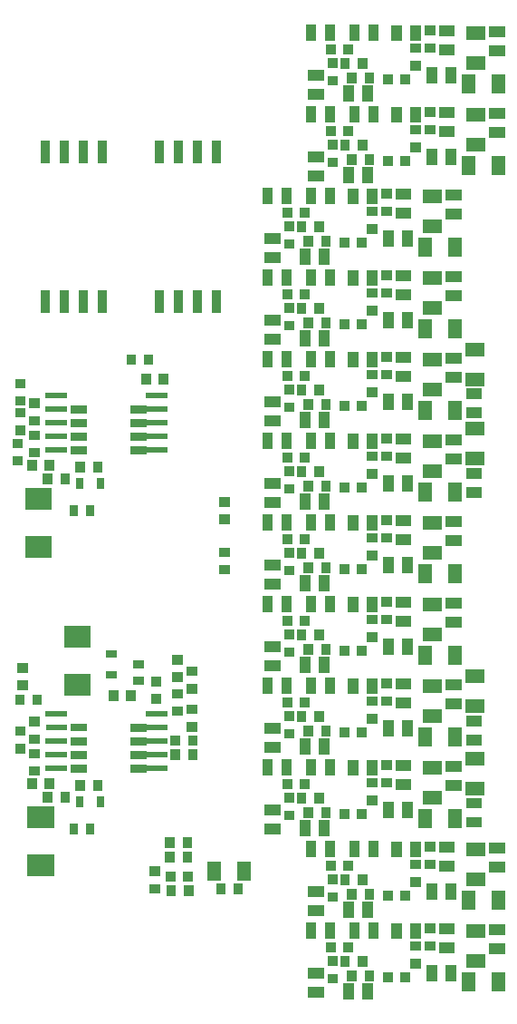
<source format=gbr>
G04 start of page 15 for group -4014 idx -4014 *
G04 Title: HETPREAMPS, bottompaste *
G04 Creator: pcb 1.99z *
G04 CreationDate: Mi 04 Jun 2014 09:27:22 GMT UTC *
G04 For: stephan *
G04 Format: Gerber/RS-274X *
G04 PCB-Dimensions (mil): 2952.76 4724.41 *
G04 PCB-Coordinate-Origin: lower left *
%MOIN*%
%FSLAX25Y25*%
%LNBOTTOMPASTE*%
%ADD206R,0.0787X0.0787*%
%ADD205R,0.0280X0.0280*%
%ADD204R,0.0300X0.0300*%
%ADD203R,0.0280X0.0280*%
%ADD202R,0.0180X0.0180*%
%ADD201R,0.0200X0.0200*%
%ADD200R,0.0350X0.0350*%
%ADD199R,0.0394X0.0394*%
%ADD198R,0.0500X0.0500*%
G54D198*X229750Y285441D02*X231750D01*
X229750Y296441D02*X231750D01*
G54D199*X229250Y280191D02*X231250D01*
X229250Y273191D02*X231250D01*
G54D198*X229750Y256191D02*X231750D01*
X229750Y267191D02*X231750D01*
G54D199*X229250Y250941D02*X231250D01*
X229250Y243941D02*X231250D01*
G54D198*X229500Y165191D02*X231500D01*
X229500Y176191D02*X231500D01*
G54D199*X229250Y159941D02*X231250D01*
X229250Y152941D02*X231250D01*
G54D198*X229750Y134941D02*X231750D01*
X229750Y145941D02*X231750D01*
G54D199*X229250Y129691D02*X231250D01*
X229250Y122691D02*X231250D01*
G54D200*X178050Y71641D02*X178450D01*
X178050Y65241D02*X178450D01*
G54D199*X171000Y67191D02*X173000D01*
X171000Y60191D02*X173000D01*
X184000Y61441D02*Y59441D01*
X191000Y61441D02*Y59441D01*
G54D200*X208550Y77141D02*X208950D01*
X208550Y70741D02*X208950D01*
X198550Y65891D02*Y65491D01*
X204950Y65891D02*Y65491D01*
X185300Y66391D02*Y65991D01*
X191700Y66391D02*Y65991D01*
G54D199*X201750Y83691D02*Y81691D01*
X208750Y83691D02*Y81691D01*
X219250Y76441D02*X221250D01*
X219250Y83441D02*X221250D01*
G54D200*X213800Y77241D02*X214200D01*
X213800Y83641D02*X214200D01*
X189200Y71641D02*Y71241D01*
X182800Y71641D02*Y71241D01*
X177550Y76891D02*Y76491D01*
X183950Y76891D02*Y76491D01*
G54D199*X193250Y83941D02*Y81941D01*
X186250Y83941D02*Y81941D01*
X221750Y68191D02*Y66191D01*
X214750Y68191D02*Y66191D01*
X177250Y83941D02*Y81941D01*
X170250Y83941D02*Y81941D01*
X237750Y83191D02*X239750D01*
X237750Y76191D02*X239750D01*
G54D198*X230000Y82691D02*X232000D01*
X230000Y71691D02*X232000D01*
X228250Y64941D02*Y62941D01*
X239250Y64941D02*Y62941D01*
X228250Y94941D02*Y92941D01*
X239250Y94941D02*Y92941D01*
X230000Y112691D02*X232000D01*
X230000Y101691D02*X232000D01*
G54D199*X237750Y113191D02*X239750D01*
X237750Y106191D02*X239750D01*
X177250Y113941D02*Y111941D01*
X170250Y113941D02*Y111941D01*
X221750Y98191D02*Y96191D01*
X214750Y98191D02*Y96191D01*
X193250Y113941D02*Y111941D01*
X186250Y113941D02*Y111941D01*
G54D200*X177550Y106891D02*Y106491D01*
X183950Y106891D02*Y106491D01*
X189200Y101641D02*Y101241D01*
X182800Y101641D02*Y101241D01*
X213800Y107241D02*X214200D01*
X213800Y113641D02*X214200D01*
G54D199*X219250Y106441D02*X221250D01*
X219250Y113441D02*X221250D01*
X201750Y113691D02*Y111691D01*
X208750Y113691D02*Y111691D01*
G54D200*X185300Y96391D02*Y95991D01*
X191700Y96391D02*Y95991D01*
X198550Y95891D02*Y95491D01*
X204950Y95891D02*Y95491D01*
X208550Y107141D02*X208950D01*
X208550Y100741D02*X208950D01*
G54D199*X184000Y91441D02*Y89441D01*
X191000Y91441D02*Y89441D01*
X171000Y97191D02*X173000D01*
X171000Y90191D02*X173000D01*
G54D200*X178050Y101641D02*X178450D01*
X178050Y95241D02*X178450D01*
G54D198*X212250Y124941D02*Y122941D01*
X223250Y124941D02*Y122941D01*
X214000Y142691D02*X216000D01*
X214000Y131691D02*X216000D01*
G54D199*X221750Y143191D02*X223750D01*
X221750Y136191D02*X223750D01*
X161250Y143941D02*Y141941D01*
X154250Y143941D02*Y141941D01*
X205750Y128191D02*Y126191D01*
X198750Y128191D02*Y126191D01*
X177250Y143941D02*Y141941D01*
X170250Y143941D02*Y141941D01*
G54D200*X161550Y136891D02*Y136491D01*
X167950Y136891D02*Y136491D01*
X173200Y131641D02*Y131241D01*
X166800Y131641D02*Y131241D01*
X197800Y137241D02*X198200D01*
X197800Y143641D02*X198200D01*
G54D199*X203250Y136441D02*X205250D01*
X203250Y143441D02*X205250D01*
X185750Y143691D02*Y141691D01*
X192750Y143691D02*Y141691D01*
G54D200*X169300Y126391D02*Y125991D01*
X175700Y126391D02*Y125991D01*
X182550Y125891D02*Y125491D01*
X188950Y125891D02*Y125491D01*
X192550Y137141D02*X192950D01*
X192550Y130741D02*X192950D01*
G54D199*X168000Y121441D02*Y119441D01*
X175000Y121441D02*Y119441D01*
X155000Y127191D02*X157000D01*
X155000Y120191D02*X157000D01*
G54D200*X162050Y131641D02*X162450D01*
X162050Y125241D02*X162450D01*
G54D198*X212250Y154941D02*Y152941D01*
X223250Y154941D02*Y152941D01*
X214000Y172691D02*X216000D01*
X214000Y161691D02*X216000D01*
G54D199*X221750Y173191D02*X223750D01*
X221750Y166191D02*X223750D01*
X161250Y173941D02*Y171941D01*
X154250Y173941D02*Y171941D01*
X205750Y158191D02*Y156191D01*
X198750Y158191D02*Y156191D01*
X177250Y173941D02*Y171941D01*
X170250Y173941D02*Y171941D01*
G54D200*X161550Y166891D02*Y166491D01*
X167950Y166891D02*Y166491D01*
X173200Y161641D02*Y161241D01*
X166800Y161641D02*Y161241D01*
X197800Y167241D02*X198200D01*
X197800Y173641D02*X198200D01*
G54D199*X203250Y166441D02*X205250D01*
X203250Y173441D02*X205250D01*
X185750Y173691D02*Y171691D01*
X192750Y173691D02*Y171691D01*
G54D200*X169300Y156391D02*Y155991D01*
X175700Y156391D02*Y155991D01*
X182550Y155891D02*Y155491D01*
X188950Y155891D02*Y155491D01*
X192550Y167141D02*X192950D01*
X192550Y160741D02*X192950D01*
G54D199*X168000Y151441D02*Y149441D01*
X175000Y151441D02*Y149441D01*
X155000Y157191D02*X157000D01*
X155000Y150191D02*X157000D01*
G54D200*X162050Y161641D02*X162450D01*
X162050Y155241D02*X162450D01*
G54D198*X212250Y184941D02*Y182941D01*
X223250Y184941D02*Y182941D01*
X214000Y202691D02*X216000D01*
X214000Y191691D02*X216000D01*
G54D199*X221750Y203191D02*X223750D01*
X221750Y196191D02*X223750D01*
X161250Y203941D02*Y201941D01*
X154250Y203941D02*Y201941D01*
X205750Y188191D02*Y186191D01*
X198750Y188191D02*Y186191D01*
X177250Y203941D02*Y201941D01*
X170250Y203941D02*Y201941D01*
G54D200*X161550Y196891D02*Y196491D01*
X167950Y196891D02*Y196491D01*
X173200Y191641D02*Y191241D01*
X166800Y191641D02*Y191241D01*
X197800Y197241D02*X198200D01*
X197800Y203641D02*X198200D01*
G54D199*X203250Y196441D02*X205250D01*
X203250Y203441D02*X205250D01*
X185750Y203691D02*Y201691D01*
X192750Y203691D02*Y201691D01*
G54D200*X169300Y186391D02*Y185991D01*
X175700Y186391D02*Y185991D01*
X182550Y185891D02*Y185491D01*
X188950Y185891D02*Y185491D01*
X192550Y197141D02*X192950D01*
X192550Y190741D02*X192950D01*
G54D199*X168000Y181441D02*Y179441D01*
X175000Y181441D02*Y179441D01*
X155000Y187191D02*X157000D01*
X155000Y180191D02*X157000D01*
G54D200*X162050Y191641D02*X162450D01*
X162050Y185241D02*X162450D01*
G54D198*X212250Y214941D02*Y212941D01*
X223250Y214941D02*Y212941D01*
X214000Y232691D02*X216000D01*
X214000Y221691D02*X216000D01*
G54D199*X221750Y233191D02*X223750D01*
X221750Y226191D02*X223750D01*
X161250Y233941D02*Y231941D01*
X154250Y233941D02*Y231941D01*
X205750Y218191D02*Y216191D01*
X198750Y218191D02*Y216191D01*
X177250Y233941D02*Y231941D01*
X170250Y233941D02*Y231941D01*
G54D200*X161550Y226891D02*Y226491D01*
X167950Y226891D02*Y226491D01*
X173200Y221641D02*Y221241D01*
X166800Y221641D02*Y221241D01*
X197800Y227241D02*X198200D01*
X197800Y233641D02*X198200D01*
G54D199*X203250Y226441D02*X205250D01*
X203250Y233441D02*X205250D01*
X185750Y233691D02*Y231691D01*
X192750Y233691D02*Y231691D01*
G54D200*X169300Y216391D02*Y215991D01*
X175700Y216391D02*Y215991D01*
X182550Y215891D02*Y215491D01*
X188950Y215891D02*Y215491D01*
X192550Y227141D02*X192950D01*
X192550Y220741D02*X192950D01*
G54D199*X168000Y211441D02*Y209441D01*
X175000Y211441D02*Y209441D01*
X155000Y217191D02*X157000D01*
X155000Y210191D02*X157000D01*
G54D200*X162050Y221641D02*X162450D01*
X162050Y215241D02*X162450D01*
G54D198*X212250Y244941D02*Y242941D01*
X223250Y244941D02*Y242941D01*
X214000Y262691D02*X216000D01*
X214000Y251691D02*X216000D01*
G54D199*X221750Y263191D02*X223750D01*
X221750Y256191D02*X223750D01*
X161250Y263941D02*Y261941D01*
X154250Y263941D02*Y261941D01*
X205750Y248191D02*Y246191D01*
X198750Y248191D02*Y246191D01*
X177250Y263941D02*Y261941D01*
X170250Y263941D02*Y261941D01*
G54D200*X161550Y256891D02*Y256491D01*
X167950Y256891D02*Y256491D01*
X173200Y251641D02*Y251241D01*
X166800Y251641D02*Y251241D01*
X197800Y257241D02*X198200D01*
X197800Y263641D02*X198200D01*
G54D199*X203250Y256441D02*X205250D01*
X203250Y263441D02*X205250D01*
X185750Y263691D02*Y261691D01*
X192750Y263691D02*Y261691D01*
G54D200*X169300Y246391D02*Y245991D01*
X175700Y246391D02*Y245991D01*
X182550Y245891D02*Y245491D01*
X188950Y245891D02*Y245491D01*
X192550Y257141D02*X192950D01*
X192550Y250741D02*X192950D01*
G54D199*X168000Y241441D02*Y239441D01*
X175000Y241441D02*Y239441D01*
X155000Y247191D02*X157000D01*
X155000Y240191D02*X157000D01*
G54D200*X162050Y251641D02*X162450D01*
X162050Y245241D02*X162450D01*
G54D198*X212250Y274941D02*Y272941D01*
X223250Y274941D02*Y272941D01*
X214000Y292691D02*X216000D01*
X214000Y281691D02*X216000D01*
G54D199*X221750Y293191D02*X223750D01*
X221750Y286191D02*X223750D01*
X161250Y293941D02*Y291941D01*
X154250Y293941D02*Y291941D01*
X205750Y278191D02*Y276191D01*
X198750Y278191D02*Y276191D01*
X177250Y293941D02*Y291941D01*
X170250Y293941D02*Y291941D01*
G54D200*X161550Y286891D02*Y286491D01*
X167950Y286891D02*Y286491D01*
X173200Y281641D02*Y281241D01*
X166800Y281641D02*Y281241D01*
X197800Y287241D02*X198200D01*
X197800Y293641D02*X198200D01*
G54D199*X203250Y286441D02*X205250D01*
X203250Y293441D02*X205250D01*
X185750Y293691D02*Y291691D01*
X192750Y293691D02*Y291691D01*
G54D200*X169300Y276391D02*Y275991D01*
X175700Y276391D02*Y275991D01*
X182550Y275891D02*Y275491D01*
X188950Y275891D02*Y275491D01*
X192550Y287141D02*X192950D01*
X192550Y280741D02*X192950D01*
G54D199*X168000Y271441D02*Y269441D01*
X175000Y271441D02*Y269441D01*
X155000Y277191D02*X157000D01*
X155000Y270191D02*X157000D01*
G54D200*X162050Y281641D02*X162450D01*
X162050Y275241D02*X162450D01*
G54D198*X212250Y304941D02*Y302941D01*
X223250Y304941D02*Y302941D01*
X214000Y322691D02*X216000D01*
X214000Y311691D02*X216000D01*
G54D199*X221750Y323191D02*X223750D01*
X221750Y316191D02*X223750D01*
X161250Y323941D02*Y321941D01*
X154250Y323941D02*Y321941D01*
X205750Y308191D02*Y306191D01*
X198750Y308191D02*Y306191D01*
X177250Y323941D02*Y321941D01*
X170250Y323941D02*Y321941D01*
G54D200*X161550Y316891D02*Y316491D01*
X167950Y316891D02*Y316491D01*
X173200Y311641D02*Y311241D01*
X166800Y311641D02*Y311241D01*
X197800Y317241D02*X198200D01*
X197800Y323641D02*X198200D01*
G54D199*X203250Y316441D02*X205250D01*
X203250Y323441D02*X205250D01*
X185750Y323691D02*Y321691D01*
X192750Y323691D02*Y321691D01*
G54D200*X169300Y306391D02*Y305991D01*
X175700Y306391D02*Y305991D01*
X182550Y305891D02*Y305491D01*
X188950Y305891D02*Y305491D01*
X192550Y317141D02*X192950D01*
X192550Y310741D02*X192950D01*
G54D199*X168000Y301441D02*Y299441D01*
X175000Y301441D02*Y299441D01*
X155000Y307191D02*X157000D01*
X155000Y300191D02*X157000D01*
G54D200*X162050Y311641D02*X162450D01*
X162050Y305241D02*X162450D01*
G54D198*X212250Y334941D02*Y332941D01*
X223250Y334941D02*Y332941D01*
X214000Y352691D02*X216000D01*
X214000Y341691D02*X216000D01*
G54D199*X221750Y353191D02*X223750D01*
X221750Y346191D02*X223750D01*
X161250Y353941D02*Y351941D01*
X154250Y353941D02*Y351941D01*
X205750Y338191D02*Y336191D01*
X198750Y338191D02*Y336191D01*
X177250Y353941D02*Y351941D01*
X170250Y353941D02*Y351941D01*
G54D200*X161550Y346891D02*Y346491D01*
X167950Y346891D02*Y346491D01*
X173200Y341641D02*Y341241D01*
X166800Y341641D02*Y341241D01*
X197800Y347241D02*X198200D01*
X197800Y353641D02*X198200D01*
G54D199*X203250Y346441D02*X205250D01*
X203250Y353441D02*X205250D01*
X185750Y353691D02*Y351691D01*
X192750Y353691D02*Y351691D01*
G54D200*X169300Y336391D02*Y335991D01*
X175700Y336391D02*Y335991D01*
X182550Y335891D02*Y335491D01*
X188950Y335891D02*Y335491D01*
X192550Y347141D02*X192950D01*
X192550Y340741D02*X192950D01*
G54D199*X168000Y331441D02*Y329441D01*
X175000Y331441D02*Y329441D01*
X155000Y337191D02*X157000D01*
X155000Y330191D02*X157000D01*
G54D200*X162050Y341641D02*X162450D01*
X162050Y335241D02*X162450D01*
G54D198*X228250Y364941D02*Y362941D01*
X239250Y364941D02*Y362941D01*
X230000Y382691D02*X232000D01*
X230000Y371691D02*X232000D01*
G54D199*X237750Y383191D02*X239750D01*
X237750Y376191D02*X239750D01*
X177250Y383941D02*Y381941D01*
X170250Y383941D02*Y381941D01*
X221750Y368191D02*Y366191D01*
X214750Y368191D02*Y366191D01*
X193250Y383941D02*Y381941D01*
X186250Y383941D02*Y381941D01*
G54D200*X177550Y376891D02*Y376491D01*
X183950Y376891D02*Y376491D01*
X189200Y371641D02*Y371241D01*
X182800Y371641D02*Y371241D01*
X213800Y377241D02*X214200D01*
X213800Y383641D02*X214200D01*
G54D199*X219250Y376441D02*X221250D01*
X219250Y383441D02*X221250D01*
X201750Y383691D02*Y381691D01*
X208750Y383691D02*Y381691D01*
G54D200*X185300Y366391D02*Y365991D01*
X191700Y366391D02*Y365991D01*
X198550Y365891D02*Y365491D01*
X204950Y365891D02*Y365491D01*
X208550Y377141D02*X208950D01*
X208550Y370741D02*X208950D01*
G54D199*X184000Y361441D02*Y359441D01*
X191000Y361441D02*Y359441D01*
X171000Y367191D02*X173000D01*
X171000Y360191D02*X173000D01*
G54D200*X178050Y371641D02*X178450D01*
X178050Y365241D02*X178450D01*
G54D198*X228250Y394941D02*Y392941D01*
X239250Y394941D02*Y392941D01*
X230000Y412691D02*X232000D01*
X230000Y401691D02*X232000D01*
G54D199*X237750Y413191D02*X239750D01*
X237750Y406191D02*X239750D01*
X177250Y413941D02*Y411941D01*
X170250Y413941D02*Y411941D01*
X221750Y398191D02*Y396191D01*
X214750Y398191D02*Y396191D01*
X193250Y413941D02*Y411941D01*
X186250Y413941D02*Y411941D01*
G54D200*X177550Y406891D02*Y406491D01*
X183950Y406891D02*Y406491D01*
X189200Y401641D02*Y401241D01*
X182800Y401641D02*Y401241D01*
X213800Y407241D02*X214200D01*
X213800Y413641D02*X214200D01*
G54D199*X219250Y406441D02*X221250D01*
X219250Y413441D02*X221250D01*
X201750Y413691D02*Y411691D01*
X208750Y413691D02*Y411691D01*
G54D200*X185300Y396391D02*Y395991D01*
X191700Y396391D02*Y395991D01*
X198550Y395891D02*Y395491D01*
X204950Y395891D02*Y395491D01*
X208550Y407141D02*X208950D01*
X208550Y400741D02*X208950D01*
G54D199*X184000Y391441D02*Y389441D01*
X191000Y391441D02*Y389441D01*
X171000Y397191D02*X173000D01*
X171000Y390191D02*X173000D01*
G54D200*X178050Y401641D02*X178450D01*
X178050Y395241D02*X178450D01*
X72500Y371441D02*Y366441D01*
X79500Y371441D02*Y366441D01*
X86500Y371441D02*Y366441D01*
X93500Y371441D02*Y366441D01*
Y316441D02*Y311441D01*
X86500Y316441D02*Y311441D01*
X79500Y316441D02*Y311441D01*
X72500Y316441D02*Y311441D01*
X135500Y316441D02*Y311441D01*
X128500Y316441D02*Y311441D01*
X121500Y316441D02*Y311441D01*
X114500Y316441D02*Y311441D01*
Y371441D02*Y366441D01*
X121500Y371441D02*Y366441D01*
X128500Y371441D02*Y366441D01*
X135500Y371441D02*Y366441D01*
X113050Y167991D02*X113450D01*
X113050Y174391D02*X113450D01*
X120300Y147641D02*Y147241D01*
X126700Y147641D02*Y147241D01*
X120300Y152891D02*Y152491D01*
X126700Y152891D02*Y152491D01*
X126300Y164141D02*X126700D01*
X126300Y157741D02*X126700D01*
X120800Y169891D02*X121200D01*
X120800Y163491D02*X121200D01*
X120800Y182391D02*X121200D01*
X120800Y175991D02*X121200D01*
X126300Y171741D02*X126700D01*
X126300Y178141D02*X126700D01*
X73300Y132141D02*Y131741D01*
X79700Y132141D02*Y131741D01*
X85300Y136391D02*Y135991D01*
X91700Y136391D02*Y135991D01*
X73950Y137141D02*Y136741D01*
X67550Y137141D02*Y136741D01*
X68300Y147891D02*X68700D01*
X68300Y141491D02*X68700D01*
X68300Y159641D02*X68700D01*
X68300Y153241D02*X68700D01*
X63050Y156141D02*X63450D01*
X63050Y149741D02*X63450D01*
X63800Y179391D02*X64200D01*
X63800Y172991D02*X64200D01*
X69450Y167891D02*Y167491D01*
X63050Y167891D02*Y167491D01*
G54D201*X73500Y142441D02*X79500D01*
X73500Y147441D02*X79500D01*
X73500Y152441D02*X79500D01*
G54D202*X73500Y157441D02*X79500D01*
G54D201*X73500Y162441D02*X79500D01*
X110500Y147441D02*X116500D01*
X110500Y142441D02*X116500D01*
X110500Y162441D02*X116500D01*
X110500Y157441D02*X116500D01*
X110500Y152441D02*X116500D01*
G54D203*X96100Y184441D02*X97300D01*
X96100Y176841D02*X97300D01*
X106300Y180641D02*X107500D01*
X106300Y174641D02*X107500D01*
G54D200*X103950Y169391D02*Y168991D01*
X97550Y169391D02*Y168991D01*
G54D203*X92750Y130841D02*Y129641D01*
X85150Y130841D02*Y129641D01*
X88950Y120641D02*Y119441D01*
X82950Y120641D02*Y119441D01*
G54D200*X109550Y285641D02*Y285241D01*
X115950Y285641D02*Y285241D01*
X104050Y292891D02*Y292491D01*
X110450Y292891D02*Y292491D01*
X63050Y283891D02*X63450D01*
X63050Y277491D02*X63450D01*
G54D201*X73500Y259441D02*X79500D01*
X73500Y264441D02*X79500D01*
X73500Y269441D02*X79500D01*
X73500Y274441D02*X79500D01*
X73500Y279441D02*X79500D01*
X110500Y264441D02*X116500D01*
X110500Y259441D02*X116500D01*
X110500Y279441D02*X116500D01*
X110500Y274441D02*X116500D01*
X110500Y269441D02*X116500D01*
G54D200*X63050Y273141D02*X63450D01*
X63050Y266741D02*X63450D01*
X112550Y98241D02*X112950D01*
X112550Y104641D02*X112950D01*
G54D203*X92750Y247841D02*Y246641D01*
X85150Y247841D02*Y246641D01*
X88950Y237641D02*Y236441D01*
X82950Y237641D02*Y236441D01*
G54D200*X68300Y276641D02*X68700D01*
X68300Y270241D02*X68700D01*
X68300Y264891D02*X68700D01*
X68300Y258491D02*X68700D01*
X73950Y254141D02*Y253741D01*
X67550Y254141D02*Y253741D01*
X85300Y253391D02*Y252991D01*
X91700Y253391D02*Y252991D01*
X73300Y249141D02*Y248741D01*
X79700Y249141D02*Y248741D01*
X62050Y255491D02*X62450D01*
X62050Y261891D02*X62450D01*
G54D204*X83250Y264441D02*X86250D01*
X105250Y259441D02*X108250D01*
X105250Y269441D02*X108250D01*
X105250Y264441D02*X108250D01*
X83250Y269441D02*X86250D01*
X83250Y259441D02*X86250D01*
X83250Y274441D02*X86250D01*
X105250D02*X108250D01*
X83250Y147441D02*X86250D01*
X105250Y142441D02*X108250D01*
X105250Y152441D02*X108250D01*
X105250Y147441D02*X108250D01*
X83250Y152441D02*X86250D01*
X83250Y142441D02*X86250D01*
G54D205*X83250Y157441D02*X86250D01*
G54D204*X105250D02*X108250D01*
G54D206*X69016Y241549D02*X70984D01*
X69016Y223833D02*X70984D01*
X83266Y190799D02*X85234D01*
X83266Y173083D02*X85234D01*
X69766Y124549D02*X71734D01*
X69766Y106833D02*X71734D01*
G54D200*X138300Y221891D02*X138700D01*
X138300Y215491D02*X138700D01*
X138300Y233991D02*X138700D01*
X138300Y240391D02*X138700D01*
X124950Y102891D02*Y102491D01*
X118550Y102891D02*Y102491D01*
X118300Y110141D02*Y109741D01*
X124700Y110141D02*Y109741D01*
X118300Y115391D02*Y114991D01*
X124700Y115391D02*Y114991D01*
X118800Y97641D02*Y97241D01*
X125200Y97641D02*Y97241D01*
G54D198*X145750Y105691D02*Y103691D01*
X134750Y105691D02*Y103691D01*
G54D200*X137050Y98391D02*Y97991D01*
X143450Y98391D02*Y97991D01*
M02*

</source>
